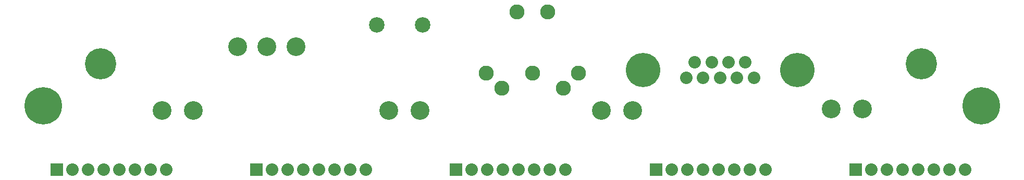
<source format=gts>
G04 #@! TF.FileFunction,Soldermask,Top*
%FSLAX46Y46*%
G04 Gerber Fmt 4.6, Leading zero omitted, Abs format (unit mm)*
G04 Created by KiCad (PCBNEW 4.0.7-e2-6376~58~ubuntu16.04.1) date Fri Mar  9 14:48:57 2018*
%MOMM*%
%LPD*%
G01*
G04 APERTURE LIST*
%ADD10C,0.150000*%
%ADD11R,2.032000X2.032000*%
%ADD12C,2.032000*%
%ADD13C,5.588000*%
%ADD14C,2.508000*%
%ADD15C,3.048000*%
%ADD16C,2.456180*%
%ADD17C,6.096000*%
%ADD18C,5.080000*%
G04 APERTURE END LIST*
D10*
D11*
X58064400Y-78486000D03*
D12*
X60604400Y-78486000D03*
X63144400Y-78486000D03*
X65684400Y-78486000D03*
X68224400Y-78486000D03*
X70764400Y-78486000D03*
X73304400Y-78486000D03*
X75844400Y-78486000D03*
D11*
X122987000Y-78486000D03*
D12*
X125527000Y-78486000D03*
X128067000Y-78486000D03*
X130607000Y-78486000D03*
X133147000Y-78486000D03*
X135687000Y-78486000D03*
X138227000Y-78486000D03*
X140767000Y-78486000D03*
D11*
X187909000Y-78486000D03*
D12*
X190449000Y-78486000D03*
X192989000Y-78486000D03*
X195529000Y-78486000D03*
X198069000Y-78486000D03*
X200609000Y-78486000D03*
X203149000Y-78486000D03*
X205689000Y-78486000D03*
D11*
X155448000Y-78486000D03*
D12*
X157988000Y-78486000D03*
X160528000Y-78486000D03*
X163068000Y-78486000D03*
X165608000Y-78486000D03*
X168148000Y-78486000D03*
X170688000Y-78486000D03*
X173228000Y-78486000D03*
D11*
X90525600Y-78486000D03*
D12*
X93065600Y-78486000D03*
X95605600Y-78486000D03*
X98145600Y-78486000D03*
X100685600Y-78486000D03*
X103225600Y-78486000D03*
X105765600Y-78486000D03*
X108305600Y-78486000D03*
X171348400Y-63500000D03*
X168605200Y-63500000D03*
X165862000Y-63500000D03*
X163118800Y-63500000D03*
X160375600Y-63500000D03*
X169976800Y-60960000D03*
X167233600Y-60960000D03*
X164490400Y-60960000D03*
X161747200Y-60960000D03*
D13*
X178384200Y-62230000D03*
X153339800Y-62230000D03*
D14*
X110042000Y-54864000D03*
X117542000Y-54864000D03*
D15*
X96951800Y-58420000D03*
X92202000Y-58420000D03*
X87452200Y-58420000D03*
D16*
X127883920Y-62738000D03*
X135382000Y-62738000D03*
X142880080Y-62738000D03*
X130383280Y-65237360D03*
X140380720Y-65237360D03*
X132882640Y-52738020D03*
X137881360Y-52738020D03*
D17*
X55880000Y-68072000D03*
X208280000Y-68072000D03*
D15*
X80264000Y-68834000D03*
X75184000Y-68834000D03*
X117094000Y-68834000D03*
X112014000Y-68834000D03*
X151638000Y-68834000D03*
X146558000Y-68834000D03*
X188976000Y-68580000D03*
X183896000Y-68580000D03*
D18*
X65214500Y-61264800D03*
X198564000Y-61264800D03*
M02*

</source>
